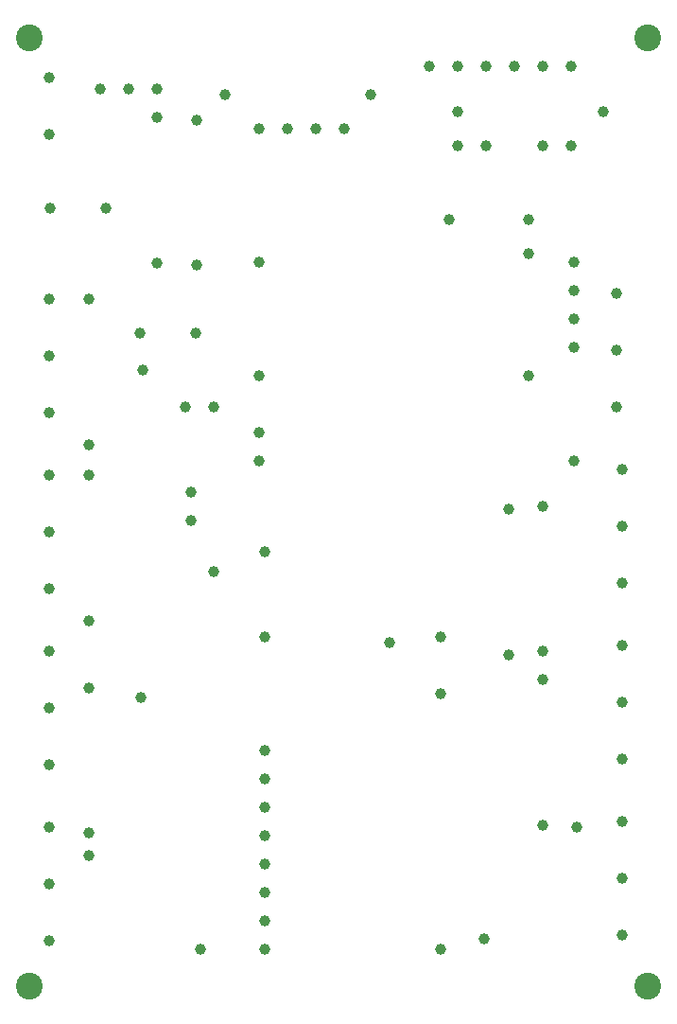
<source format=gbr>
G04 Generated by Ultiboard *
%FSLAX25Y25*%
%MOIN*%

%ADD10C,0.03937*%
%ADD11C,0.09449*%


G04 ColorRGB 000000 for the following layer *
%LNDrill-Copper Top-Copper Bottom*%
%LPD*%
%FSLAX25Y25*%
%MOIN*%
G54D10*
X256000Y127000D03*
X169000Y223000D03*
X305000Y221000D03*
X277000Y276000D03*
X305000Y264000D03*
X305000Y276000D03*
X210000Y191000D03*
X210000Y221000D03*
X210000Y201000D03*
X210000Y261000D03*
X321000Y251021D03*
X321000Y191021D03*
X321000Y231021D03*
X321000Y241021D03*
X321000Y261000D03*
X212000Y129000D03*
X212000Y59000D03*
X212000Y29000D03*
X212000Y19000D03*
X212000Y49000D03*
X212000Y39000D03*
X212000Y89000D03*
X212000Y79000D03*
X212000Y69000D03*
X212000Y159000D03*
X274000Y129000D03*
X274000Y19000D03*
X274000Y109000D03*
X249181Y320000D03*
X198000Y320000D03*
X187685Y236000D03*
X168000Y236000D03*
X150000Y248000D03*
X150000Y196819D03*
X136000Y248000D03*
X136000Y208000D03*
X136000Y228000D03*
X168409Y107676D03*
X194000Y152000D03*
X136000Y124000D03*
X136000Y84000D03*
X136000Y104000D03*
X189207Y19101D03*
X150000Y52000D03*
X150000Y60000D03*
X150000Y111181D03*
X136000Y62000D03*
X136000Y22000D03*
X136000Y42000D03*
X184000Y210000D03*
X194000Y210000D03*
X186000Y170000D03*
X186000Y180000D03*
X150000Y186000D03*
X150000Y134819D03*
X136000Y186000D03*
X136000Y146000D03*
X136000Y166000D03*
X188000Y260000D03*
X188000Y311181D03*
X174000Y312000D03*
X174000Y260819D03*
X136000Y306000D03*
X136000Y326000D03*
X156000Y280000D03*
X136315Y280000D03*
X154000Y322000D03*
X174000Y322000D03*
X164000Y322000D03*
X220000Y308000D03*
X210000Y308000D03*
X240000Y308000D03*
X230000Y308000D03*
X336000Y250000D03*
X336000Y210000D03*
X336000Y230000D03*
X298000Y122819D03*
X298000Y174000D03*
X310000Y124000D03*
X310000Y175181D03*
X338000Y126000D03*
X338000Y86000D03*
X338000Y106000D03*
X310000Y62819D03*
X310000Y114000D03*
X322000Y62000D03*
X289101Y22793D03*
X338000Y64000D03*
X338000Y24000D03*
X338000Y44000D03*
X338000Y188000D03*
X338000Y148000D03*
X338000Y168000D03*
X310000Y302000D03*
X320000Y302000D03*
X280000Y314000D03*
X331181Y314000D03*
X310000Y330000D03*
X320000Y330000D03*
X280000Y330000D03*
X270000Y330000D03*
X300000Y330000D03*
X290000Y330000D03*
X280000Y302000D03*
X290000Y302000D03*
G54D11*
X129000Y6000D03*
X129000Y340000D03*
X347000Y6000D03*
X347000Y340000D03*

M00*

</source>
